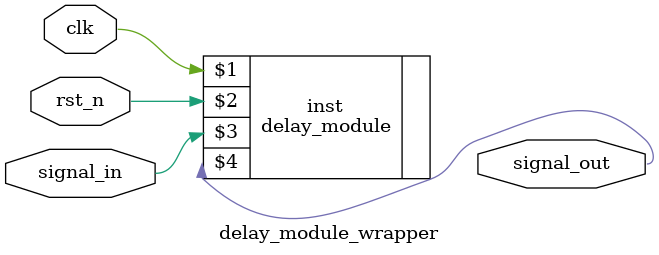
<source format=v>
`timescale 1ns / 1ps


module delay_module_wrapper
#(
    parameter INPUT_SIGNAL_WIDTH = 1,
    parameter CYCLES_TO_ADD = 1
)
(
    input clk,
    input rst_n,
    input [INPUT_SIGNAL_WIDTH-1:0] signal_in,   
    output [INPUT_SIGNAL_WIDTH-1:0] signal_out
);

   delay_module #(INPUT_SIGNAL_WIDTH, CYCLES_TO_ADD) inst (clk, rst_n, signal_in, signal_out);

endmodule

</source>
